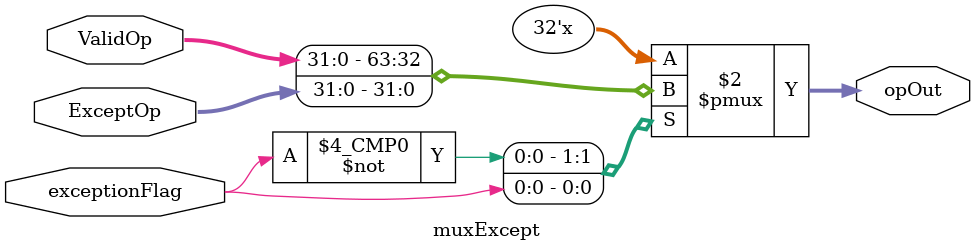
<source format=v>
module muxExcept(
input [31:0] ValidOp,
input [31:0] ExceptOp,
input exceptionFlag,
output reg[31:0] opOut
);

always @(*)
case (exceptionFlag)
	1'b0: opOut = ValidOp;
	1'b1: opOut = ExceptOp;
endcase
endmodule
</source>
